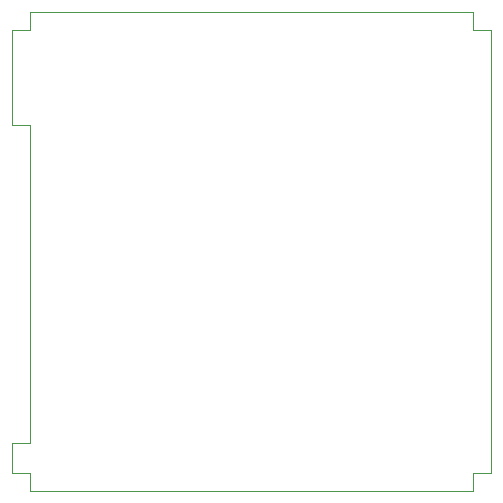
<source format=gm1>
G04 #@! TF.GenerationSoftware,KiCad,Pcbnew,9.0.3*
G04 #@! TF.CreationDate,2025-12-21T00:47:55-08:00*
G04 #@! TF.ProjectId,fluid_keychain_electronics,666c7569-645f-46b6-9579-636861696e5f,rev?*
G04 #@! TF.SameCoordinates,Original*
G04 #@! TF.FileFunction,Profile,NP*
%FSLAX46Y46*%
G04 Gerber Fmt 4.6, Leading zero omitted, Abs format (unit mm)*
G04 Created by KiCad (PCBNEW 9.0.3) date 2025-12-21 00:47:55*
%MOMM*%
%LPD*%
G01*
G04 APERTURE LIST*
G04 #@! TA.AperFunction,Profile*
%ADD10C,0.050000*%
G04 #@! TD*
G04 APERTURE END LIST*
D10*
X103000000Y-28000000D02*
X104500000Y-28000000D01*
X104500000Y-65500000D01*
X103000000Y-65500000D01*
X103000000Y-67000000D01*
X65500000Y-67000000D01*
X65500000Y-65500000D01*
X64000000Y-65500000D01*
X64000000Y-63000000D01*
X65500000Y-63000000D01*
X65500000Y-36000000D01*
X64000000Y-36000000D01*
X64000000Y-28000000D01*
X65500000Y-28000000D01*
X65500000Y-26500000D01*
X103000000Y-26500000D01*
X103000000Y-28000000D01*
M02*

</source>
